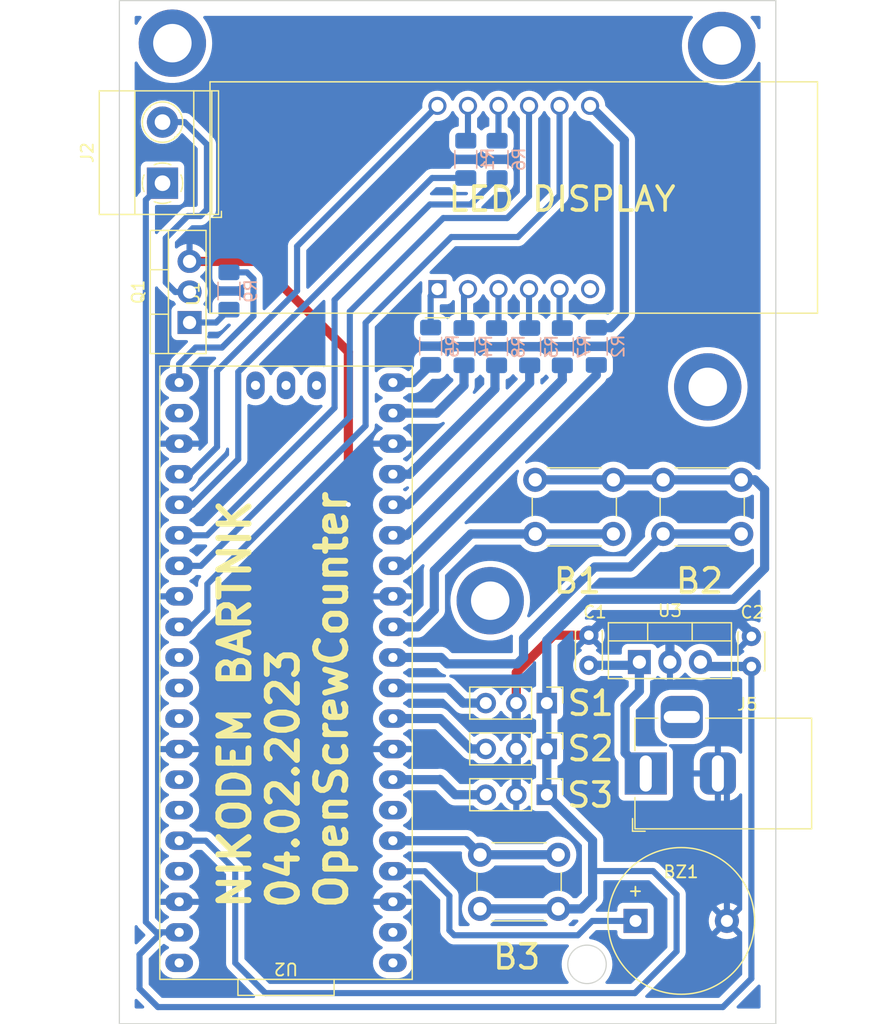
<source format=kicad_pcb>
(kicad_pcb (version 20211014) (generator pcbnew)
  (layers (0 "F.Cu" signal) (31 "B.Cu" signal) (34 "B.Paste" user) (35 "F.Paste" user) (36 "B.SilkS" user "B.Silkscreen") (37 "F.SilkS" user "F.Silkscreen") (38 "B.Mask" user) (39 "F.Mask" user) (44 "Edge.Cuts" user))
  (net 0 "")
  (net 1 "+12V")
  (net 2 "GND")
  (net 3 "DIS_A")
  (net 4 "Net-(R1-Pad2)")
  (net 5 "DIS_B")
  (net 6 "Net-(R2-Pad2)")
  (net 7 "DIS_C")
  (net 8 "Net-(R3-Pad2)")
  (net 9 "DIS_D")
  (net 10 "Net-(R4-Pad2)")
  (net 11 "DIS_E")
  (net 12 "Net-(R5-Pad2)")
  (net 13 "DIS_F")
  (net 14 "Net-(R6-Pad2)")
  (net 15 "DIS_G")
  (net 16 "Net-(R7-Pad2)")
  (net 17 "DIS_DP")
  (net 18 "Net-(R8-Pad2)")
  (net 19 "Net-(Q1-Pad1)")
  (net 20 "MOTOR")
  (net 21 "BUZZER")
  (net 31 "+3V3")
  (net 33 "+5V")
  (net 39 "DIG3")
  (net 40 "DIG2")
  (net 41 "DIG1")
  (net 42 "BUTTON3")
  (net 43 "BUTTON1")
  (net 44 "BUTTON2")
  (net 45 "Net-(J2-Pad2)")
  (net 46 "SENSOR3")
  (net 47 "SENSOR1")
  (net 48 "SENSOR2")
  (footprint "MountingHole:MountingHole_3.2mm_M3_DIN965_Pad" (layer "F.Cu") (at 130.120078 59.613657)
    (fp_text reference "REF**" hide)
    (fp_text value "MountingHole_3.2mm_M3_DIN965_Pad")
    (pad "1" thru_hole circle (at 0 0) (size 5.6 5.6) (drill 3.2) (layers *.Cu *.Mask))
  )
  (footprint "MountingHole:MountingHole_3.2mm_M3_DIN965_Pad" (layer "F.Cu") (at 128.958386 88.005426)
    (fp_text reference "REF**" hide)
    (fp_text value "MountingHole_3.2mm_M3_DIN965_Pad")
    (pad "1" thru_hole circle (at 0 0) (size 5.6 5.6) (drill 3.2) (layers *.Cu *.Mask))
  )
  (footprint "MountingHole:MountingHole_3.2mm_M3_DIN965_Pad" (layer "F.Cu") (at 110.862333 105.784682)
    (fp_text reference "REF**" hide)
    (fp_text value "MountingHole_3.2mm_M3_DIN965_Pad")
    (pad "1" thru_hole circle (at 0 0) (size 5.6 5.6) (drill 3.2) (layers *.Cu *.Mask))
  )
  (footprint "MountingHole:MountingHole_3.2mm_M3_DIN965_Pad" (layer "F.Cu") (at 84.420103 59.419298)
    (fp_text reference "REF**" hide)
    (fp_text value "MountingHole_3.2mm_M3_DIN965_Pad")
    (pad "1" thru_hole circle (at 0 0) (size 5.6 5.6) (drill 3.2) (layers *.Cu *.Mask))
  )
  (footprint "Connector_PinHeader_2.54mm:PinHeader_1x03_P2.54mm_Vertical" (layer "F.Cu") (at 115.57 114.3 -90)
    (fp_text reference "S1" (at 0.010921 -3.654043) (layer "F.SilkS") (effects (font (size 2 2) (thickness 0.3))))
    (fp_text value "Sensor")
    (fp_line (start 1.33 1.27) (end 1.33 6.41) (layer "F.SilkS") (width 0.12))
    (fp_line (start -1.33 0) (end -1.33 -1.33) (layer "F.SilkS") (width 0.12))
    (fp_line (start -1.33 -1.33) (end 0 -1.33) (layer "F.SilkS") (width 0.12))
    (fp_line (start -1.33 1.27) (end 1.33 1.27) (layer "F.SilkS") (width 0.12))
    (fp_line (start -1.33 1.27) (end -1.33 6.41) (layer "F.SilkS") (width 0.12))
    (fp_line (start -1.33 6.41) (end 1.33 6.41) (layer "F.SilkS") (width 0.12))
    (pad "1" thru_hole rect (at 0 0 270) (size 1.7 1.7) (drill 1) (layers *.Cu *.Mask) (net 31 "+3V3"))
    (pad "2" thru_hole oval (at 0 2.54 270) (size 1.7 1.7) (drill 1) (layers *.Cu *.Mask) (net 2 "GND"))
    (pad "3" thru_hole oval (at 0 5.08 270) (size 1.7 1.7) (drill 1) (layers *.Cu *.Mask) (net 47 "SENSOR1"))
  )
  (footprint "Button_Switch_THT:SW_PUSH_6mm_H7.3mm" (layer "F.Cu") (at 125.246998 95.733084)
    (fp_text reference "SW2" hide)
    (fp_text value "SW_Push")
    (fp_line (start 5.5 -1) (end 1 -1) (layer "F.SilkS") (width 0.12))
    (fp_line (start 1 5.5) (end 5.5 5.5) (layer "F.SilkS") (width 0.12))
    (fp_line (start -0.25 1.5) (end -0.25 3) (layer "F.SilkS") (width 0.12))
    (fp_line (start 6.75 3) (end 6.75 1.5) (layer "F.SilkS") (width 0.12))
    (pad "1" thru_hole circle (at 0 0 90) (size 2 2) (drill 1.1) (layers *.Cu *.Mask) (net 31 "+3V3"))
    (pad "1" thru_hole circle (at 6.5 0 90) (size 2 2) (drill 1.1) (layers *.Cu *.Mask) (net 31 "+3V3"))
    (pad "2" thru_hole circle (at 0 4.5 90) (size 2 2) (drill 1.1) (layers *.Cu *.Mask) (net 44 "BUTTON2"))
    (pad "2" thru_hole circle (at 6.5 4.5 90) (size 2 2) (drill 1.1) (layers *.Cu *.Mask) (net 44 "BUTTON2"))
  )
  (footprint "Connector_PinHeader_2.54mm:PinHeader_1x03_P2.54mm_Vertical" (layer "F.Cu") (at 115.57 121.92 -90)
    (fp_text reference "S3" (at 0.028335 -3.615798 180) (layer "F.SilkS") (effects (font (size 2 2) (thickness 0.3))))
    (fp_text value "Sensor")
    (fp_line (start -1.33 0) (end -1.33 -1.33) (layer "F.SilkS") (width 0.12))
    (fp_line (start -1.33 6.41) (end 1.33 6.41) (layer "F.SilkS") (width 0.12))
    (fp_line (start -1.33 1.27) (end 1.33 1.27) (layer "F.SilkS") (width 0.12))
    (fp_line (start -1.33 1.27) (end -1.33 6.41) (layer "F.SilkS") (width 0.12))
    (fp_line (start 1.33 1.27) (end 1.33 6.41) (layer "F.SilkS") (width 0.12))
    (fp_line (start -1.33 -1.33) (end 0 -1.33) (layer "F.SilkS") (width 0.12))
    (pad "1" thru_hole rect (at 0 0 270) (size 1.7 1.7) (drill 1) (layers *.Cu *.Mask) (net 31 "+3V3"))
    (pad "2" thru_hole oval (at 0 2.54 270) (size 1.7 1.7) (drill 1) (layers *.Cu *.Mask) (net 2 "GND"))
    (pad "3" thru_hole oval (at 0 5.08 270) (size 1.7 1.7) (drill 1) (layers *.Cu *.Mask) (net 46 "SENSOR3"))
  )
  (footprint "Capacitor_THT:C_Disc_D3.0mm_W2.0mm_P2.50mm" (layer "F.Cu") (at 119.069041 111.156209 90)
    (fp_text reference "C1" (at 4.42481 0.502373 180) (layer "F.SilkS"))
    (fp_text value "100u")
    (fp_line (start -0.37 1.12) (end 2.87 1.12) (layer "F.SilkS") (width 0.12))
    (fp_line (start -0.37 -1.12) (end -0.37 -1.055) (layer "F.SilkS") (width 0.12))
    (fp_line (start -0.37 -1.12) (end 2.87 -1.12) (layer "F.SilkS") (width 0.12))
    (fp_line (start -0.37 1.055) (end -0.37 1.12) (layer "F.SilkS") (width 0.12))
    (fp_line (start 2.87 1.055) (end 2.87 1.12) (layer "F.SilkS") (width 0.12))
    (fp_line (start 2.87 -1.12) (end 2.87 -1.055) (layer "F.SilkS") (width 0.12))
    (pad "1" thru_hole circle (at 0 0 90) (size 1.6 1.6) (drill 0.8) (layers *.Cu *.Mask) (net 1 "+12V"))
    (pad "2" thru_hole circle (at 2.5 0 90) (size 1.6 1.6) (drill 0.8) (layers *.Cu *.Mask) (net 2 "GND"))
  )
  (footprint "Capacitor_THT:C_Disc_D3.0mm_W2.0mm_P2.50mm" (layer "F.Cu") (at 132.587774 111.253852 90)
    (fp_text reference "C2" (at 4.501442 0.075766 180) (layer "F.SilkS"))
    (fp_text value "10u")
    (fp_line (start 2.87 -1.12) (end 2.87 -1.055) (layer "F.SilkS") (width 0.12))
    (fp_line (start -0.37 -1.12) (end 2.87 -1.12) (layer "F.SilkS") (width 0.12))
    (fp_line (start -0.37 1.12) (end 2.87 1.12) (layer "F.SilkS") (width 0.12))
    (fp_line (start -0.37 1.055) (end -0.37 1.12) (layer "F.SilkS") (width 0.12))
    (fp_line (start -0.37 -1.12) (end -0.37 -1.055) (layer "F.SilkS") (width 0.12))
    (fp_line (start 2.87 1.055) (end 2.87 1.12) (layer "F.SilkS") (width 0.12))
    (pad "1" thru_hole circle (at 0 0 90) (size 1.6 1.6) (drill 0.8) (layers *.Cu *.Mask) (net 33 "+5V"))
    (pad "2" thru_hole circle (at 2.5 0 90) (size 1.6 1.6) (drill 0.8) (layers *.Cu *.Mask) (net 2 "GND"))
  )
  (footprint "Buzzer_Beeper:Buzzer_12x9.5RM7.6" (layer "F.Cu") (at 122.951056 132.414125)
    (fp_text reference "BZ1" (at 3.781463 -4.077667) (layer "F.SilkS"))
    (fp_text value "Buzzer")
    (fp_text user "+" (at -0.01 -2.54) (layer "F.SilkS"))
    (fp_circle (center 3.8 0) (end 9.9 0) (layer "F.SilkS") (width 0.12) (fill none))
    (pad "1" thru_hole rect (at 0 0) (size 2 2) (drill 1) (layers *.Cu *.Mask) (net 21 "BUZZER"))
    (pad "2" thru_hole circle (at 7.6 0) (size 2 2) (drill 1) (layers *.Cu *.Mask) (net 2 "GND"))
  )
  (footprint "Connector_BarrelJack:BarrelJack_Horizontal" (layer "F.Cu") (at 123.8 120.155 180)
    (fp_text reference "J5" (at -8.45 5.75) (layer "F.SilkS"))
    (fp_text value "Barrel_Jack_MountingPin")
    (fp_line (start -13.8 4.6) (end -13.8 -4.6) (layer "F.SilkS") (width 0.12))
    (fp_line (start -13.8 -4.6) (end 0.9 -4.6) (layer "F.SilkS") (width 0.12))
    (fp_line (start 0.05 -4.8) (end 1.1 -4.8) (layer "F.SilkS") (width 0.12))
    (fp_line (start 0.9 1.9) (end 0.9 4.6) (layer "F.SilkS") (width 0.12))
    (fp_line (start 0.9 4.6) (end -1 4.6) (layer "F.SilkS") (width 0.12))
    (fp_line (start 0.9 -4.6) (end 0.9 -2) (layer "F.SilkS") (width 0.12))
    (fp_line (start 1.1 -3.75) (end 1.1 -4.8) (layer "F.SilkS") (width 0.12))
    (fp_line (start -5 4.6) (end -13.8 4.6) (layer "F.SilkS") (width 0.12))
    (pad "1" thru_hole rect (at 0 0 180) (size 3.5 3.5) (drill oval 1 3) (layers *.Cu *.Mask) (net 1 "+12V"))
    (pad "2" thru_hole roundrect (at -6 0 180) (size 3 3.5) (drill oval 1 3) (layers *.Cu *.Mask) (net 2 "GND"))
    (pad "3" thru_hole roundrect (at -3 4.7 180) (size 3.5 3.5) (drill oval 3 1) (layers *.Cu *.Mask))
  )
  (footprint "Connector_PinHeader_2.54mm:PinHeader_1x03_P2.54mm_Vertical" (layer "F.Cu") (at 115.57 118.11 -90)
    (fp_text reference "S2" (at -0.019788 -3.63492 180) (layer "F.SilkS") (effects (font (size 2 2) (thickness 0.3))))
    (fp_text value "Sensor")
    (fp_line (start -1.33 0) (end -1.33 -1.33) (layer "F.SilkS") (width 0.12))
    (fp_line (start 1.33 1.27) (end 1.33 6.41) (layer "F.SilkS") (width 0.12))
    (fp_line (start -1.33 -1.33) (end 0 -1.33) (layer "F.SilkS") (width 0.12))
    (fp_line (start -1.33 1.27) (end 1.33 1.27) (layer "F.SilkS") (width 0.12))
    (fp_line (start -1.33 6.41) (end 1.33 6.41) (layer "F.SilkS") (width 0.12))
    (fp_line (start -1.33 1.27) (end -1.33 6.41) (layer "F.SilkS") (width 0.12))
    (pad "1" thru_hole rect (at 0 0 270) (size 1.7 1.7) (drill 1) (layers *.Cu *.Mask) (net 31 "+3V3"))
    (pad "2" thru_hole oval (at 0 2.54 270) (size 1.7 1.7) (drill 1) (layers *.Cu *.Mask) (net 2 "GND"))
    (pad "3" thru_hole oval (at 0 5.08 270) (size 1.7 1.7) (drill 1) (layers *.Cu *.Mask) (net 48 "SENSOR2"))
  )
  (footprint "Display_7Segment:CA56-12EWA" (layer "F.Cu") (at 106.47 79.875 90)
    (fp_text reference "U1" (at -0.4 -20.31 90) (layer "F.SilkS"))
    (fp_text value "CA56-12EWA")
    (fp_line (start -2 -18.92) (end 17.24 -18.92) (layer "F.SilkS") (width 0.12))
    (fp_line (start -2.38 -1) (end -2.38 1) (layer "F.SilkS") (width 0.12))
    (fp_line (start 17.24 31.62) (end 17.24 -18.92) (layer "F.SilkS") (width 0.12))
    (fp_line (start -2 -18.92) (end -2 31.62) (layer "F.SilkS") (width 0.12))
    (fp_line (start -2 31.62) (end 17.24 31.62) (layer "F.SilkS") (width 0.12))
    (pad "1" thru_hole rect (at 0 0 90) (size 1.5 1.5) (drill 1) (layers *.Cu *.Mask) (net 12 "Net-(R5-Pad2)"))
    (pad "2" thru_hole circle (at 0 2.54 90) (size 1.5 1.5) (drill 1) (layers *.Cu *.Mask) (net 10 "Net-(R4-Pad2)"))
    (pad "3" thru_hole circle (at 0 5.08 90) (size 1.5 1.5) (drill 1) (layers *.Cu *.Mask) (net 18 "Net-(R8-Pad2)"))
    (pad "4" thru_hole circle (at 0 7.62 90) (size 1.5 1.5) (drill 1) (layers *.Cu *.Mask) (net 8 "Net-(R3-Pad2)"))
    (pad "5" thru_hole circle (at 0 10.16 90) (size 1.5 1.5) (drill 1) (layers *.Cu *.Mask) (net 16 "Net-(R7-Pad2)"))
    (pad "6" thru_hole circle (at 0 12.7 90) (size 1.5 1.5) (drill 1) (layers *.Cu *.Mask))
    (pad "7" thru_hole circle (at 15.24 12.7 90) (size 1.5 1.5) (drill 1) (layers *.Cu *.Mask) (net 6 "Net-(R2-Pad2)"))
    (pad "8" thru_hole circle (at 15.24 10.16 90) (size 1.5 1.5) (drill 1) (layers *.Cu *.Mask) (net 39 "DIG3"))
    (pad "9" thru_hole circle (at 15.24 7.62 90) (size 1.5 1.5) (drill 1) (layers *.Cu *.Mask) (net 40 "DIG2"))
    (pad "10" thru_hole circle (at 15.24 5.08 90) (size 1.5 1.5) (drill 1) (layers *.Cu *.Mask) (net 14 "Net-(R6-Pad2)"))
    (pad "11" thru_hole circle (at 15.24 2.54 90) (size 1.5 1.5) (drill 1) (layers *.Cu *.Mask) (net 4 "Net-(R1-Pad2)"))
    (pad "12" thru_hole circle (at 15.24 0 90) (size 1.5 1.5) (drill 1) (layers *.Cu *.Mask) (net 41 "DIG1"))
  )
  (footprint "Package_TO_SOT_THT:TO-220-3_Vertical" (layer "F.Cu") (at 85.85 82.65 90)
    (fp_text reference "Q1" (at 2.54 -4.27 90) (layer "F.SilkS"))
    (fp_text value "IRFZ44N")
    (fp_line (start 4.391 -3.27) (end 4.391 -1.76) (layer "F.SilkS") (width 0.12))
    (fp_line (start -2.58 1.371) (end 7.66 1.371) (layer "F.SilkS") (width 0.12))
    (fp_line (start 0.69 -3.27) (end 0.69 -1.76) (layer "F.SilkS") (width 0.12))
    (fp_line (start -2.58 -3.27) (end -2.58 1.371) (layer "F.SilkS") (width 0.12))
    (fp_line (start 7.66 -3.27) (end 7.66 1.371) (layer "F.SilkS") (width 0.12))
    (fp_line (start -2.58 -3.27) (end 7.66 -3.27) (layer "F.SilkS") (width 0.12))
    (fp_line (start -2.58 -1.76) (end 7.66 -1.76) (layer "F.SilkS") (width 0.12))
    (pad "1" thru_hole rect (at 0 0 90) (size 1.905 2) (drill 1.1) (layers *.Cu *.Mask) (net 19 "Net-(Q1-Pad1)"))
    (pad "2" thru_hole oval (at 2.54 0 90) (size 1.905 2) (drill 1.1) (layers *.Cu *.Mask) (net 45 "Net-(J2-Pad2)"))
    (pad "3" thru_hole oval (at 5.08 0 90) (size 1.905 2) (drill 1.1) (layers *.Cu *.Mask) (net 2 "GND"))
  )
  (footprint "TerminalBlock_Phoenix:TerminalBlock_Phoenix_MKDS-1,5-2-5.08_1x02_P5.08mm_Horizontal" (layer "F.Cu") (at 83.6 71.065 90)
    (fp_text reference "J2" (at 2.54 -6.26 90) (layer "F.SilkS"))
    (fp_text value "P1")
    (fp_line (start 6.355 -1.069) (end 6.308 -1.023) (layer "F.SilkS") (width 0.12))
    (fp_line (start -2.6 2.6) (end 7.68 2.6) (layer "F.SilkS") (width 0.12))
    (fp_line (start -2.84 4.9) (end -2.34 4.9) (layer "F.SilkS") (width 0.12))
    (fp_line (start -2.6 -5.261) (end 7.68 -5.261) (layer "F.SilkS") (width 0.12))
    (fp_line (start -2.6 -2.301) (end 7.68 -2.301) (layer "F.SilkS") (width 0.12))
    (fp_line (start 3.853 1.023) (end 3.806 1.069) (layer "F.SilkS") (width 0.12))
    (fp_line (start 4.046 1.239) (end 4.011 1.274) (layer "F.SilkS") (width 0.12))
    (fp_line (start -2.84 4.16) (end -2.84 4.9) (layer "F.SilkS") (width 0.12))
    (fp_line (start -2.6 4.1) (end 7.68 4.1) (layer "F.SilkS") (width 0.12))
    (fp_line (start 7.68 -5.261) (end 7.68 4.66) (layer "F.SilkS") (width 0.12))
    (fp_line (start 6.15 -1.275) (end 6.115 -1.239) (layer "F.SilkS") (width 0.12))
    (fp_line (start -2.6 -5.261) (end -2.6 4.66) (layer "F.SilkS") (width 0.12))
    (fp_line (start -2.6 4.66) (end 7.68 4.66) (layer "F.SilkS") (width 0.12))
    (fp_arc (start -0.683042 -1.535427) (mid 0.000524 -1.680501) (end 0.684 -1.535) (layer "F.SilkS") (width 0.12))
    (fp_arc (start 0.683318 1.534756) (mid 0.349292 1.643288) (end 0 1.68) (layer "F.SilkS") (width 0.12))
    (fp_arc (start 1.535427 -0.683042) (mid 1.680501 0.000524) (end 1.535 0.684) (layer "F.SilkS") (width 0.12))
    (fp_arc (start -1.535427 0.683042) (mid -1.680501 -0.000524) (end -1.535 -0.684) (layer "F.SilkS") (width 0.12))
    (fp_arc (start 0.028805 1.680253) (mid -0.335551 1.646659) (end -0.684 1.535) (layer "F.SilkS") (width 0.12))
    (fp_circle (center 5.08 0) (end 6.76 0) (layer "F.SilkS") (width 0.12) (fill none))
    (pad "1" thru_hole rect (at 0 0 90) (size 2.6 2.6) (drill 1.3) (layers *.Cu *.Mask) (net 33 "+5V"))
    (pad "2" thru_hole circle (at 5.08 0 90) (size 2.6 2.6) (drill 1.3) (layers *.Cu *.Mask) (net 45 "Net-(J2-Pad2)"))
  )
  (footprint "Button_Switch_THT:SW_PUSH_6mm_H7.3mm" (layer "F.Cu") (at 116.516306 131.412155 180)
    (fp_text reference "SW3" hide)
    (fp_text value "SW_Push")
    (fp_line (start -0.25 1.5) (end -0.25 3) (layer "F.SilkS") (width 0.12))
    (fp_line (start 6.75 3) (end 6.75 1.5) (layer "F.SilkS") (width 0.12))
    (fp_line (start 5.5 -1) (end 1 -1) (layer "F.SilkS") (width 0.12))
    (fp_line (start 1 5.5) (end 5.5 5.5) (layer "F.SilkS") (width 0.12))
    (pad "1" thru_hole circle (at 0 0 270) (size 2 2) (drill 1.1) (layers *.Cu *.Mask) (net 31 "+3V3"))
    (pad "1" thru_hole circle (at 6.5 0 270) (size 2 2) (drill 1.1) (layers *.Cu *.Mask) (net 31 "+3V3"))
    (pad "2" thru_hole circle (at 6.5 4.5 270) (size 2 2) (drill 1.1) (layers *.Cu *.Mask) (net 43 "BUTTON1"))
    (pad "2" thru_hole circle (at 0 4.5 270) (size 2 2) (drill 1.1) (layers *.Cu *.Mask) (net 43 "BUTTON1"))
  )
  (footprint "Button_Switch_THT:SW_PUSH_6mm_H7.3mm" (layer "F.Cu") (at 114.606998 95.733084)
    (fp_text reference "SW1" hide)
    (fp_text value "SW_Push")
    (fp_line (start 1 5.5) (end 5.5 5.5) (layer "F.SilkS") (width 0.12))
    (fp_line (start 5.5 -1) (end 1 -1) (layer "F.SilkS") (width 0.12))
    (fp_line (start -0.25 1.5) (end -0.25 3) (layer "F.SilkS") (width 0.12))
    (fp_line (start 6.75 3) (end 6.75 1.5) (layer "F.SilkS") (width 0.12))
    (pad "1" thru_hole circle (at 6.5 0 90) (size 2 2) (drill 1.1) (layers *.Cu *.Mask) (net 31 "+3V3"))
    (pad "1" thru_hole circle (at 0 0 90) (size 2 2) (drill 1.1) (layers *.Cu *.Mask) (net 31 "+3V3"))
    (pad "2" thru_hole circle (at 0 4.5 90) (size 2 2) (drill 1.1) (layers *.Cu *.Mask) (net 42 "BUTTON3"))
    (pad "2" thru_hole circle (at 6.5 4.5 90) (size 2 2) (drill 1.1) (layers *.Cu *.Mask) (net 42 "BUTTON3"))
  )
  (footprint "RaspberryPi:raspberry pi pico" (layer "F.Cu") (at 93.875 135.905 180)
    (fp_text reference "U2" (at 0 -0.5 180 unlocked) (layer "F.SilkS"))
    (fp_text value "pi pico")
    (fp_line (start -4 -2.7) (end 4 -2.7) (layer "F.SilkS") (width 0.12))
    (fp_line (start -4 -1.37) (end -4 -2.7) (layer "F.SilkS") (width 0.12))
    (fp_line (start 4 -2.7) (end 4 -1.37) (layer "F.SilkS") (width 0.12))
    (fp_rect (start -10.5 -1.37) (end 10.5 49.63) (layer "F.SilkS") (width 0.12) (fill none))
    (pad "1" thru_hole oval (at -8.89 0 180) (size 2.3 1.524) (drill 0.762) (layers *.Cu *.Mask))
    (pad "2" thru_hole oval (at -8.89 2.54 180) (size 2.3 1.524) (drill 0.762) (layers *.Cu *.Mask))
    (pad "3" thru_hole oval (at -8.89 5.08 180) (size 2.3 1.524) (drill 0.762) (layers *.Cu *.Mask) (net 2 "GND"))
    (pad "4" thru_hole oval (at -8.89 7.62 180) (size 2.3 1.524) (drill 0.762) (layers *.Cu *.Mask) (net 21 "BUZZER"))
    (pad "5" thru_hole oval (at -8.89 10.16 180) (size 2.3 1.524) (drill 0.762) (layers *.Cu *.Mask) (net 43 "BUTTON1"))
    (pad "6" thru_hole oval (at -8.89 12.7 180) (size 2.3 1.524) (drill 0.762) (layers *.Cu *.Mask))
    (pad "7" thru_hole oval (at -8.89 15.24 180) (size 2.3 1.524) (drill 0.762) (layers *.Cu *.Mask) (net 46 "SENSOR3"))
    (pad "8" thru_hole oval (at -8.89 17.78 180) (size 2.3 1.524) (drill 0.762) (layers *.Cu *.Mask) (net 2 "GND"))
    (pad "9" thru_hole oval (at -8.89 20.32 180) (size 2.3 1.524) (drill 0.762) (layers *.Cu *.Mask) (net 48 "SENSOR2"))
    (pad "10" thru_hole oval (at -8.89 22.86 180) (size 2.3 1.524) (drill 0.762) (layers *.Cu *.Mask) (net 47 "SENSOR1"))
    (pad "11" thru_hole oval (at -8.89 25.4 180) (size 2.3 1.524) (drill 0.762) (layers *.Cu *.Mask) (net 44 "BUTTON2"))
    (pad "12" thru_hole oval (at -8.89 27.94 180) (size 2.3 1.524) (drill 0.762) (layers *.Cu *.Mask) (net 42 "BUTTON3"))
    (pad "13" thru_hole oval (at -8.89 30.48 180) (size 2.3 1.524) (drill 0.762) (layers *.Cu *.Mask) (net 2 "GND"))
    (pad "14" thru_hole oval (at -8.89 33.02 180) (size 2.3 1.524) (drill 0.762) (layers *.Cu *.Mask) (net 5 "DIS_B"))
    (pad "15" thru_hole oval (at -8.89 35.56 180) (size 2.3 1.524) (drill 0.762) (layers *.Cu *.Mask) (net 15 "DIS_G"))
    (pad "16" thru_hole oval (at -8.89 38.1 180) (size 2.3 1.524) (drill 0.762) (layers *.Cu *.Mask) (net 7 "DIS_C"))
    (pad "17" thru_hole oval (at -8.89 40.64 180) (size 2.3 1.524) (drill 0.762) (layers *.Cu *.Mask) (net 17 "DIS_DP"))
    (pad "18" thru_hole oval (at -8.89 43.18 180) (size 2.3 1.524) (drill 0.762) (layers *.Cu *.Mask) (net 2 "GND"))
    (pad "19" thru_hole oval (at -8.89 45.72 180) (size 2.3 1.524) (drill 0.762) (layers *.Cu *.Mask) (net 9 "DIS_D"))
    (pad "20" thru_hole oval (at -8.89 48.26 180) (size 2.3 1.524) (drill 0.762) (layers *.Cu *.Mask) (net 11 "DIS_E"))
    (pad "21" thru_hole oval (at 8.89 48.26 180) (size 2.3 1.524) (drill 0.762) (layers *.Cu *.Mask) (net 20 "MOTOR"))
    (pad "22" thru_hole oval (at 8.89 45.72 180) (size 2.3 1.524) (drill 0.762) (layers *.Cu *.Mask))
    (pad "23" thru_hole oval (at 8.89 43.18 180) (size 2.3 1.524) (drill 0.762) (layers *.Cu *.Mask) (net 2 "GND"))
    (pad "24" thru_hole oval (at 8.89 40.64 180) (size 2.3 1.524) (drill 0.762) (layers *.Cu *.Mask) (net 41 "DIG1"))
    (pad "25" thru_hole oval (at 8.89 38.1 180) (size 2.3 1.524) (drill 0.762) (layers *.Cu *.Mask) (net 3 "DIS_A"))
    (pad "26" thru_hole oval (at 8.89 35.56 180) (size 2.3 1.524) (drill 0.762) (layers *.Cu *.Mask) (net 13 "DIS_F"))
    (pad "27" thru_hole oval (at 8.89 33.02 180) (size 2.3 1.524) (drill 0.762) (layers *.Cu *.Mask) (net 40 "DIG2"))
    (pad "28" thru_hole oval (at 8.89 30.48 180) (size 2.3 1.524) (drill 0.762) (layers *.Cu *.Mask) (net 2 "GND"))
    (pad "29" thru_hole oval (at 8.89 27.94 180) (size 2.3 1.524) (drill 0.762) (layers *.Cu *.Mask) (net 39 "DIG3"))
    (pad "30" thru_hole oval (at 8.89 25.4 180) (size 2.3 1.524) (drill 0.762) (layers *.Cu *.Mask))
    (pad "31" thru_hole oval (at 8.89 22.86 180) (size 2.3 1.524) (drill 0.762) (layers *.Cu *.Mask))
    (pad "32" thru_hole oval (at 8.89 20.32 180) (size 2.3 1.524) (drill 0.762) (layers *.Cu *.Mask))
    (pad "33" thru_hole oval (at 8.89 17.78 180) (size 2.3 1.524) (drill 0.762) (layers *.Cu *.Mask) (net 2 "GND"))
    (pad "34" thru_hole oval (at 8.89 15.24 180) (size 2.3 1.524) (drill 0.762) (layers *.Cu *.Mask))
    (pad "35" thru_hole oval (at 8.89 12.7 180) (size 2.3 1.524) (drill 0.762) (layers *.Cu *.Mask))
    (pad "36" thru_hole oval (at 8.89 10.16 180) (size 2.3 1.524) (drill 0.762) (layers *.Cu *.Mask) (net 31 "+3V3"))
    (pad "37" thru_hole oval (at 8.89 7.62 180) (size 2.3 1.524) (drill 0.762) (layers *.Cu *.Mask))
    (pad "38" thru_hole oval (at 8.89 5.08 180) (size 2.3 1.524) (drill 0.762) (layers *.Cu *.Mask) (net 2 "GND"))
    (pad "39" thru_hole oval (at 8.89 2.54 180) (size 2.3 1.524) (drill 0.762) (layers *.Cu *.Mask) (net 33 "+5V"))
    (pad "40" thru_hole oval (at 8.89 0 180) (size 2.3 1.524) (drill 0.762) (layers *.Cu *.Mask))
    (pad "41" thru_hole oval (at -2.54 48.03 270) (size 2.3 1.524) (drill 0.762) (layers *.Cu *.Mask))
    (pad "42" thru_hole oval (at 0 48.03 270) (size 2.3 1.524) (drill 0.762) (layers *.Cu *.Mask))
    (pad "43" thru_hole oval (at 2.54 48.03 270) (size 2.3 1.524) (drill 0.762) (layers *.Cu *.Mask))
  )
  (footprint "Package_TO_SOT_THT:TO-220-3_Vertical" (layer "F.Cu") (at 123.270847 110.887857)
    (fp_text reference "U3" (at 2.54 -4.27) (layer "F.SilkS"))
    (fp_text value "L7805")
    (fp_line (start 0.69 -3.27) (end 0.69 -1.76) (layer "F.SilkS") (width 0.12))
    (fp_line (start -2.58 -3.27) (end -2.58 1.371) (layer "F.SilkS") (width 0.12))
    (fp_line (start 4.391 -3.27) (end 4.391 -1.76) (layer "F.SilkS") (width 0.12))
    (fp_line (start -2.58 -1.76) (end 7.66 -1.76) (layer "F.SilkS") (width 0.12))
    (fp_line (start -2.58 1.371) (end 7.66 1.371) (layer "F.SilkS") (width 0.12))
    (fp_line (start 7.66 -3.27) (end 7.66 1.371) (layer "F.SilkS") (width 0.12))
    (fp_line (start -2.58 -3.27) (end 7.66 -3.27) (layer "F.SilkS") (width 0.12))
    (pad "1" thru_hole rect (at 0 0) (size 1.905 2) (drill 1.1) (layers *.Cu *.Mask) (net 1 "+12V"))
    (pad "2" thru_hole oval (at 2.54 0) (size 1.905 2) (drill 1.1) (layers *.Cu *.Mask) (net 2 "GND"))
    (pad "3" thru_hole oval (at 5.08 0) (size 1.905 2) (drill 1.1) (layers *.Cu *.Mask) (net 33 "+5V"))
  )
  (footprint "Resistor_SMD:R_1206_3216Metric_Pad1.30x1.75mm_HandSolder" (layer "B.Cu") (at 119.684298 84.631929 90)
    (fp_text reference "R2" (at 0 1.82 90) (layer "B.SilkS") (effects (justify mirror)))
    (fp_text value "330")
    (fp_line (start -0.727064 0.91) (end 0.727064 0.91) (layer "B.SilkS") (width 0.12))
    (fp_line (start -0.727064 -0.91) (end 0.727064 -0.91) (layer "B.SilkS") (width 0.12))
    (pad "1" smd roundrect (at -1.55 0 90) (size 1.3 1.75) (layers "B.Cu" "B.Paste" "B.Mask") (roundrect_rratio 0.192308) (net 5 "DIS_B"))
    (pad "2" smd roundrect (at 1.55 0 90) (size 1.3 1.75) (layers "B.Cu" "B.Paste" "B.Mask") (roundrect_rratio 0.192308) (net 6 "Net-(R2-Pad2)"))
  )
  (footprint "Resistor_SMD:R_1206_3216Metric_Pad1.30x1.75mm_HandSolder" (layer "B.Cu") (at 105.904191 84.619662 90)
    (fp_text reference "R5" (at 0 1.82 90) (layer "B.SilkS") (effects (justify mirror)))
    (fp_text value "330")
    (fp_line (start -0.727064 -0.91) (end 0.727064 -0.91) (layer "B.SilkS") (width 0.12))
    (fp_line (start -0.727064 0.91) (end 0.727064 0.91) (layer "B.SilkS") (width 0.12))
    (pad "1" smd roundrect (at -1.55 0 90) (size 1.3 1.75) (layers "B.Cu" "B.Paste" "B.Mask") (roundrect_rratio 0.192308) (net 11 "DIS_E"))
    (pad "2" smd roundrect (at 1.55 0 90) (size 1.3 1.75) (layers "B.Cu" "B.Paste" "B.Mask") (roundrect_rratio 0.192308) (net 12 "Net-(R5-Pad2)"))
  )
  (footprint "Resistor_SMD:R_1206_3216Metric_Pad1.30x1.75mm_HandSolder" (layer "B.Cu") (at 114.143926 84.661942 90)
    (fp_text reference "R3" (at 0 1.82 90) (layer "B.SilkS") (effects (justify mirror)))
    (fp_text value "330")
    (fp_line (start -0.727064 0.91) (end 0.727064 0.91) (layer "B.SilkS") (width 0.12))
    (fp_line (start -0.727064 -0.91) (end 0.727064 -0.91) (layer "B.SilkS") (width 0.12))
    (pad "1" smd roundrect (at -1.55 0 90) (size 1.3 1.75) (layers "B.Cu" "B.Paste" "B.Mask") (roundrect_rratio 0.192308) (net 7 "DIS_C"))
    (pad "2" smd roundrect (at 1.55 0 90) (size 1.3 1.75) (layers "B.Cu" "B.Paste" "B.Mask") (roundrect_rratio 0.192308) (net 8 "Net-(R3-Pad2)"))
  )
  (footprint "Resistor_SMD:R_1206_3216Metric_Pad1.30x1.75mm_HandSolder" (layer "B.Cu") (at 89.128626 80.030817 90)
    (fp_text reference "R9" (at 0 1.82 90) (layer "B.SilkS") (effects (justify mirror)))
    (fp_text value "10k")
    (fp_line (start -0.727064 -0.91) (end 0.727064 -0.91) (layer "B.SilkS") (width 0.12))
    (fp_line (start -0.727064 0.91) (end 0.727064 0.91) (layer "B.SilkS") (width 0.12))
    (pad "1" smd roundrect (at -1.55 0 90) (size 1.3 1.75) (layers "B.Cu" "B.Paste" "B.Mask") (roundrect_rratio 0.192308) (net 19 "Net-(Q1-Pad1)"))
    (pad "2" smd roundrect (at 1.55 0 90) (size 1.3 1.75) (layers "B.Cu" "B.Paste" "B.Mask") (roundrect_rratio 0.192308) (net 20 "MOTOR"))
  )
  (footprint "Resistor_SMD:R_1206_3216Metric_Pad1.30x1.75mm_HandSolder" (layer "B.Cu") (at 116.861203 84.661943 90)
    (fp_text reference "R7" (at 0 1.82 90) (layer "B.SilkS") (effects (justify mirror)))
    (fp_text value "330")
    (fp_line (start -0.727064 0.91) (end 0.727064 0.91) (layer "B.SilkS") (width 0.12))
    (fp_line (start -0.727064 -0.91) (end 0.727064 -0.91) (layer "B.SilkS") (width 0.12))
    (pad "1" smd roundrect (at -1.55 0 90) (size 1.3 1.75) (layers "B.Cu" "B.Paste" "B.Mask") (roundrect_rratio 0.192308) (net 15 "DIS_G"))
    (pad "2" smd roundrect (at 1.55 0 90) (size 1.3 1.75) (layers "B.Cu" "B.Paste" "B.Mask") (roundrect_rratio 0.192308) (net 16 "Net-(R7-Pad2)"))
  )
  (footprint "Resistor_SMD:R_1206_3216Metric_Pad1.30x1.75mm_HandSolder" (layer "B.Cu") (at 111.430252 69.082389 90)
    (fp_text reference "R6" (at 0 1.82 90) (layer "B.SilkS") (effects (justify mirror)))
    (fp_text value "330")
    (fp_line (start -0.727064 0.91) (end 0.727064 0.91) (layer "B.SilkS") (width 0.12))
    (fp_line (start -0.727064 -0.91) (end 0.727064 -0.91) (layer "B.SilkS") (width 0.12))
    (pad "1" smd roundrect (at -1.55 0 90) (size 1.3 1.75) (layers "B.Cu" "B.Paste" "B.Mask") (roundrect_rratio 0.192308) (net 13 "DIS_F"))
    (pad "2" smd roundrect (at 1.55 0 90) (size 1.3 1.75) (layers "B.Cu" "B.Paste" "B.Mask") (roundrect_rratio 0.192308) (net 14 "Net-(R6-Pad2)"))
  )
  (footprint "Resistor_SMD:R_1206_3216Metric_Pad1.30x1.75mm_HandSolder" (layer "B.Cu") (at 108.830904 69.082389 90)
    (fp_text reference "R1" (at 0 1.82 90) (layer "B.SilkS") (effects (justify mirror)))
    (fp_text value "330")
    (fp_line (start -0.727064 -0.91) (end 0.727064 -0.91) (layer "B.SilkS") (width 0.12))
    (fp_line (start -0.727064 0.91) (end 0.727064 0.91) (layer "B.SilkS") (width 0.12))
    (pad "1" smd roundrect (at -1.55 0 90) (size 1.3 1.75) (layers "B.Cu" "B.Paste" "B.Mask") (roundrect_rratio 0.192308) (net 3 "DIS_A"))
    (pad "2" smd roundrect (at 1.55 0 90) (size 1.3 1.75) (layers "B.Cu" "B.Paste" "B.Mask") (roundrect_rratio 0.192308) (net 4 "Net-(R1-Pad2)"))
  )
  (footprint "Resistor_SMD:R_1206_3216Metric_Pad1.30x1.75mm_HandSolder" (layer "B.Cu") (at 111.388481 84.661943 90)
    (fp_text reference "R8" (at 0 1.82 90) (layer "B.SilkS") (effects (justify mirror)))
    (fp_text value "330")
    (fp_line (start -0.727064 0.91) (end 0.727064 0.91) (layer "B.SilkS") (width 0.12))
    (fp_line (start -0.727064 -0.91) (end 0.727064 -0.91) (layer "B.SilkS") (width 0.12))
    (pad "1" smd roundrect (at -1.55 0 90) (size 1.3 1.75) (layers "B.Cu" "B.Paste" "B.Mask") (roundrect_rratio 0.192308) (net 17 "DIS_DP"))
    (pad "2" smd roundrect (at 1.55 0 90) (size 1.3 1.75) (layers "B.Cu" "B.Paste" "B.Mask") (roundrect_rratio 0.192308) (net 18 "Net-(R8-Pad2)"))
  )
  (footprint "Resistor_SMD:R_1206_3216Metric_Pad1.30x1.75mm_HandSolder" (layer "B.Cu") (at 108.681952 84.654772 90)
    (fp_text reference "R4" (at 0 1.82 90) (layer "B.SilkS") (effects (justify mirror)))
    (fp_text value "330")
    (fp_line (start -0.727064 -0.91) (end 0.727064 -0.91) (layer "B.SilkS") (width 0.12))
    (fp_line (start -0.727064 0.91) (end 0.727064 0.91) (layer "B.SilkS") (width 0.12))
    (pad "1" smd roundrect (at -1.55 0 90) (size 1.3 1.75) (layers "B.Cu" "B.Paste" "B.Mask") (roundrect_rratio 0.192308) (net 9 "DIS_D"))
    (pad "2" smd roundrect (at 1.55 0 90) (size 1.3 1.75) (layers "B.Cu" "B.Paste" "B.Mask") (roundrect_rratio 0.192308) (net 10 "Net-(R4-Pad2)"))
  )
  (gr_line (start 134.62 55.88) (end 80.01 55.88) (layer "Edge.Cuts") (width 0.1))
  (gr_circle (center 118.914389 136.025879) (end 120.514389 136.025879) (layer "Edge.Cuts") (width 0.1) (fill none))
  (gr_line (start 80.01 140.97) (end 134.62 140.97) (layer "Edge.Cuts") (width 0.1))
  (gr_line (start 134.62 140.97) (end 134.62 55.88) (layer "Edge.Cuts") (width 0.1))
  (gr_line (start 80.01 55.88) (end 80.01 140.97) (layer "Edge.Cuts") (width 0.1))
  (gr_text "B2" (at 128.27 104.14) (layer "F.SilkS") (effects (font (size 2 2) (thickness 0.3))))
  (gr_text "B1" (at 118.11 104.14) (layer "F.SilkS") (effects (font (size 2 2) (thickness 0.3))))
  (gr_text "B3" (at 113.066392 135.406983) (layer "F.SilkS") (effects (font (size 2 2) (thickness 0.3))))
  (gr_text "NIKODEM BARTNIK\n04.02.2023\nOpenScrewCounter" (at 93.644771 131.60849 90) (layer "F.SilkS") (effects (font (size 2.5 2.5) (thickness 0.5)) (justify left)))
  (gr_text "LED DISPLAY" (at 116.84 72.39) (layer "F.SilkS") (effects (font (size 2 2) (thickness 0.3))))
  (segment (start 123.002495 111.156209) (end 123.270847 110.887857) (width 0.762) (layer "B.Cu") (net 1))
  (segment (start 123.270847 113.317285) (end 123.270847 110.887857) (width 0.762) (layer "B.Cu") (net 1))
  (segment (start 122.081031 114.507101) (end 123.270847 113.317285) (width 0.762) (layer "B.Cu") (net 1))
  (segment (start 119.069041 111.156209) (end 123.002495 111.156209) (width 0.762) (layer "B.Cu") (net 1))
  (segment (start 122.081031 118.436031) (end 122.081031 114.507101) (width 0.762) (layer "B.Cu") (net 1))
  (segment (start 123.8 120.155) (end 122.081031 118.436031) (width 0.762) (layer "B.Cu") (net 1))
  (segment (start 99.06 85.09) (end 99.06 97.79) (width 0.762) (layer "F.Cu") (net 2))
  (segment (start 113.03 111.76) (end 116.133791 108.656209) (width 0.762) (layer "F.Cu") (net 2))
  (segment (start 113.03 114.3) (end 113.03 111.76) (width 0.762) (layer "F.Cu") (net 2))
  (segment (start 85.85 77.57) (end 91.54 77.57) (width 0.762) (layer "F.Cu") (net 2))
  (segment (start 91.54 77.57) (end 99.06 85.09) (width 0.762) (layer "F.Cu") (net 2))
  (segment (start 116.133791 108.656209) (end 119.069041 108.656209) (width 0.762) (layer "F.Cu") (net 2))
  (via (at 99.06 97.79) (size 0.8) (drill 0.4) (layers "F.Cu" "B.Cu") (net 2))
  (segment (start 106.695 118.125) (end 108.142163 119.572163) (width 0.508) (layer "B.Cu") (net 2))
  (segment (start 125.962959 107.717041) (end 131.847041 107.717041) (width 0.762) (layer "B.Cu") (net 2))
  (segment (start 113.03 114.3) (end 113.03 118.11) (width 0.762) (layer "B.Cu") (net 2))
  (segment (start 125.810847 110.887857) (end 125.810847 107.869153) (width 0.762) (layer "B.Cu") (net 2))
  (segment (start 113.03 118.11) (end 113.03 121.92) (width 0.762) (layer "B.Cu") (net 2))
  (segment (start 120.008209 107.717041) (end 125.962959 107.717041) (width 0.762) (layer "B.Cu") (net 2))
  (segment (start 125.810847 107.869153) (end 125.962959 107.717041) (width 0.762) (layer "B.Cu") (net 2))
  (segment (start 102.765 118.125) (end 106.695 118.125) (width 0.508) (layer "B.Cu") (net 2))
  (segment (start 132.587774 108.457774) (end 132.587774 108.753852) (width 0.762) (layer "B.Cu") (net 2))
  (segment (start 108.142163 119.572163) (end 113.03 119.572163) (width 0.508) (layer "B.Cu") (net 2))
  (segment (start 119.069041 108.656209) (end 120.008209 107.717041) (width 0.762) (layer "B.Cu") (net 2))
  (segment (start 129.8 120.155) (end 130.551056 120.906056) (width 0.508) (layer "B.Cu") (net 2))
  (segment (start 131.847041 107.717041) (end 132.587774 108.457774) (width 0.762) (layer "B.Cu") (net 2))
  (segment (start 130.551056 120.906056) (end 130.551056 132.414125) (width 0.508) (layer "B.Cu") (net 2))
  (segment (start 89.900345 86.758731) (end 106.026687 70.632389) (width 0.508) (layer "B.Cu") (net 3))
  (segment (start 89.900345 94.016695) (end 89.900345 86.758731) (width 0.508) (layer "B.Cu") (net 3))
  (segment (start 86.11204 97.805) (end 89.900345 94.016695) (width 0.508) (layer "B.Cu") (net 3))
  (segment (start 106.026687 70.632389) (end 108.830904 70.632389) (width 0.508) (layer "B.Cu") (net 3))
  (segment (start 84.985 97.805) (end 86.11204 97.805) (width 0.508) (layer "B.Cu") (net 3))
  (segment (start 109.01 67.353293) (end 108.830904 67.532389) (width 0.508) (layer "B.Cu") (net 4))
  (segment (start 109.01 64.635) (end 109.01 67.353293) (width 0.508) (layer "B.Cu") (net 4))
  (segment (start 102.765 102.885) (end 103.82727 102.885) (width 0.762) (layer "B.Cu") (net 5))
  (segment (start 119.684298 87.027972) (end 119.684298 86.181929) (width 0.762) (layer "B.Cu") (net 5))
  (segment (start 103.82727 102.885) (end 119.684298 87.027972) (width 0.762) (layer "B.Cu") (net 5))
  (segment (start 122.018636 67.483636) (end 119.17 64.635) (width 0.762) (layer "B.Cu") (net 6))
  (segment (start 119.684298 83.081929) (end 120.876163 83.081929) (width 0.762) (layer "B.Cu") (net 6))
  (segment (start 122.018636 81.939456) (end 122.018636 67.483636) (width 0.762) (layer "B.Cu") (net 6))
  (segment (start 120.876163 83.081929) (end 122.018636 81.939456) (width 0.762) (layer "B.Cu") (net 6))
  (segment (start 104.002349 97.805) (end 114.143926 87.663423) (width 0.762) (layer "B.Cu") (net 7))
  (segment (start 114.143926 87.663423) (end 114.143926 86.211942) (width 0.762) (layer "B.Cu") (net 7))
  (segment (start 102.765 97.805) (end 104.002349 97.805) (width 0.762) (layer "B.Cu") (net 7))
  (segment (start 114.09 79.875) (end 114.09 83.058016) (width 0.508) (layer "B.Cu") (net 8))
  (segment (start 114.09 83.058016) (end 114.143926 83.111942) (width 0.508) (layer "B.Cu") (net 8))
  (segment (start 108.681952 87.893588) (end 108.681952 86.204772) (width 0.762) (layer "B.Cu") (net 9))
  (segment (start 106.39054 90.185) (end 108.681952 87.893588) (width 0.762) (layer "B.Cu") (net 9))
  (segment (start 102.765 90.185) (end 106.39054 90.185) (width 0.762) (layer "B.Cu") (net 9))
  (segment (start 108.681952 80.203048) (end 108.681952 83.104772) (width 0.508) (layer "B.Cu") (net 10))
  (segment (start 109.01 79.875) (end 108.681952 80.203048) (width 0.508) (layer "B.Cu") (net 10))
  (segment (start 102.765 87.645) (end 104.428853 87.645) (width 0.762) (layer "B.Cu") (net 11))
  (segment (start 104.428853 87.645) (end 105.904191 86.169662) (width 0.762) (layer "B.Cu") (net 11))
  (segment (start 106.47 79.875) (end 105.904191 80.440809) (width 0.508) (layer "B.Cu") (net 12))
  (segment (start 105.904191 80.440809) (end 105.904191 83.069662) (width 0.508) (layer "B.Cu") (net 12))
  (segment (start 97.913124 80.767412) (end 105.845858 72.834678) (width 0.508) (layer "B.Cu") (net 13))
  (segment (start 84.985 100.345) (end 87.308881 100.345) (width 0.508) (layer "B.Cu") (net 13))
  (segment (start 105.845858 72.834678) (end 109.227963 72.834678) (width 0.508) (layer "B.Cu") (net 13))
  (segment (start 97.913124 89.740757) (end 97.913124 80.767412) (width 0.508) (layer "B.Cu") (net 13))
  (segment (start 109.227963 72.834678) (end 111.430252 70.632389) (width 0.508) (layer "B.Cu") (net 13))
  (segment (start 87.308881 100.345) (end 97.913124 89.740757) (width 0.508) (layer "B.Cu") (net 13))
  (segment (start 111.370904 64.814096) (end 111.55 64.635) (width 0.508) (layer "B.Cu") (net 14))
  (segment (start 111.55 64.635) (end 111.55 67.412641) (width 0.508) (layer "B.Cu") (net 14))
  (segment (start 111.55 67.412641) (end 111.430252 67.532389) (width 0.508) (layer "B.Cu") (net 14))
  (segment (start 102.765 100.345) (end 103.929152 100.345) (width 0.762) (layer "B.Cu") (net 15))
  (segment (start 116.861203 87.412949) (end 116.861203 86.211943) (width 0.762) (layer "B.Cu") (net 15))
  (segment (start 103.929152 100.345) (end 116.861203 87.412949) (width 0.762) (layer "B.Cu") (net 15))
  (segment (start 116.63 82.88074) (end 116.861203 83.111943) (width 0.508) (layer "B.Cu") (net 16))
  (segment (start 116.63 79.875) (end 116.63 82.88074) (width 0.508) (layer "B.Cu") (net 16))
  (segment (start 111.256508 88.170089) (end 111.256508 86.343916) (width 0.762) (layer "B.Cu") (net 17))
  (segment (start 102.765 95.265) (end 104.161597 95.265) (width 0.762) (layer "B.Cu") (net 17))
  (segment (start 104.161597 95.265) (end 111.256508 88.170089) (width 0.762) (layer "B.Cu") (net 17))
  (segment (start 111.256508 86.343916) (end 111.388481 86.211943) (width 0.762) (layer "B.Cu") (net 17))
  (segment (start 111.55 79.875) (end 111.55 82.950424) (width 0.508) (layer "B.Cu") (net 18))
  (segment (start 111.55 82.950424) (end 111.388481 83.111943) (width 0.508) (layer "B.Cu") (net 18))
  (segment (start 88.059443 82.65) (end 89.128626 81.580817) (width 0.508) (layer "B.Cu") (net 19))
  (segment (start 85.85 82.65) (end 88.059443 82.65) (width 0.508) (layer "B.Cu") (net 19))
  (segment (start 90.624935 78.480817) (end 89.128626 78.480817) (width 0.508) (layer "B.Cu") (net 20))
  (segment (start 84.985 87.645) (end 84.985 86.103216) (width 0.508) (layer "B.Cu") (net 20))
  (segment (start 91.166246 82.111995) (end 91.166246 79.022128) (width 0.508) (layer "B.Cu") (net 20))
  (segment (start 88.546804 84.731437) (end 91.166246 82.111995) (width 0.508) (layer "B.Cu") (net 20))
  (segment (start 91.166246 79.022128) (end 90.624935 78.480817) (width 0.508) (layer "B.Cu") (net 20))
  (segment (start 84.985 86.103216) (end 86.356779 84.731437) (width 0.508) (layer "B.Cu") (net 20))
  (segment (start 86.356779 84.731437) (end 88.546804 84.731437) (width 0.508) (layer "B.Cu") (net 20))
  (segment (start 107.466348 133.203857) (end 107.8699 133.607409) (width 0.508) (layer "B.Cu") (net 21))
  (segment (start 105.425011 128.285011) (end 107.466348 130.326348) (width 0.508) (layer "B.Cu") (net 21))
  (segment (start 107.8699 133.607409) (end 118.153025 133.607409) (width 0.508) (layer "B.Cu") (net 21))
  (segment (start 118.153025 133.607409) (end 119.346309 132.414125) (width 0.508) (layer "B.Cu") (net 21))
  (segment (start 102.764996 128.285011) (end 105.425011 128.285011) (width 0.508) (layer "B.Cu") (net 21))
  (segment (start 107.466348 130.326348) (end 107.466348 133.203857) (width 0.508) (layer "B.Cu") (net 21))
  (segment (start 119.346309 132.414125) (end 122.951056 132.414125) (width 0.508) (layer "B.Cu") (net 21))
  (segment (start 133.690644 96.543949) (end 132.879779 95.733084) (width 0.762) (layer "B.Cu") (net 31))
  (segment (start 122.895898 138.418499) (end 126.365178 134.949219) (width 0.508) (layer "B.Cu") (net 31))
  (segment (start 132.879779 95.733084) (end 131.746998 95.733084) (width 0.762) (layer "B.Cu") (net 31))
  (segment (start 119.38 128.27) (end 119.38 130.465035) (width 0.762) (layer "B.Cu") (net 31))
  (segment (start 125.246998 95.733084) (end 131.746998 95.733084) (width 0.762) (layer "B.Cu") (net 31))
  (segment (start 119.38 130.465035) (end 118.43288 131.412155) (width 0.762) (layer "B.Cu") (net 31))
  (segment (start 87.201985 125.745) (end 89.650047 128.193062) (width 0.508) (layer "B.Cu") (net 31))
  (segment (start 115.57 118.11) (end 115.57 114.3) (width 0.762) (layer "B.Cu") (net 31))
  (segment (start 119.38 128.27) (end 119.38 125.73) (width 0.762) (layer "B.Cu") (net 31))
  (segment (start 133.690644 103.092554) (end 133.690644 96.543949) (width 0.762) (layer "B.Cu") (net 31))
  (segment (start 89.650047 128.193062) (end 89.650047 135.90825) (width 0.508) (layer "B.Cu") (net 31))
  (segment (start 119.38 125.73) (end 115.57 121.92) (width 0.762) (layer "B.Cu") (net 31))
  (segment (start 121.106998 95.733084) (end 125.246998 95.733084) (width 0.762) (layer "B.Cu") (net 31))
  (segment (start 114.606998 95.733084) (end 121.106998 95.733084) (width 0.762) (layer "B.Cu") (net 31))
  (segment (start 118.985172 105.669054) (end 131.114144 105.669054) (width 0.762) (layer "B.Cu") (net 31))
  (segment (start 84.985 125.745) (end 87.201985 125.745) (width 0.508) (layer "B.Cu") (net 31))
  (segment (start 89.650047 135.90825) (end 92.160296 138.418499) (width 0.508) (layer "B.Cu") (net 31))
  (segment (start 131.114144 105.669054) (end 133.690644 103.092554) (width 0.762) (layer "B.Cu") (net 31))
  (segment (start 92.160296 138.418499) (end 122.895898 138.418499) (width 0.508) (layer "B.Cu") (net 31))
  (segment (start 115.57 114.3) (end 115.57 109.084226) (width 0.762) (layer "B.Cu") (net 31))
  (segment (start 115.57 121.92) (end 115.57 118.11) (width 0.762) (layer "B.Cu") (net 31))
  (segment (start 110.016306 131.412155) (end 116.516306 131.412155) (width 0.762) (layer "B.Cu") (net 31))
  (segment (start 115.57 109.084226) (end 118.985172 105.669054) (width 0.762) (layer "B.Cu") (net 31))
  (segment (start 118.43288 131.412155) (end 116.516306 131.412155) (width 0.762) (layer "B.Cu") (net 31))
  (segment (start 126.365178 130.225635) (end 124.409543 128.27) (width 0.508) (layer "B.Cu") (net 31))
  (segment (start 124.409543 128.27) (end 119.38 128.27) (width 0.508) (layer "B.Cu") (net 31))
  (segment (start 126.365178 134.949219) (end 126.365178 130.225635) (width 0.508) (layer "B.Cu") (net 31))
  (segment (start 82.21076 132.498681) (end 82.21076 72.45424) (width 0.508) (layer "B.Cu") (net 33))
  (segment (start 84.985 133.365) (end 83.077079 133.365) (width 0.508) (layer "B.Cu") (net 33))
  (segment (start 132.587774 111.253852) (end 132.587774 137.207962) (width 0.508) (layer "B.Cu") (net 33))
  (segment (start 81.68715 138.046625) (end 81.68715 135.215656) (width 0.508) (layer "B.Cu") (net 33))
  (segment (start 130.215545 139.580191) (end 83.220716 139.580191) (width 0.508) (layer "B.Cu") (net 33))
  (segment (start 132.587774 137.207962) (end 130.215545 139.580191) (width 0.508) (layer "B.Cu") (net 33))
  (segment (start 81.68715 135.215656) (end 83.537806 133.365) (width 0.508) (layer "B.Cu") (net 33))
  (segment (start 128.716842 111.253852) (end 128.350847 110.887857) (width 0.762) (layer "B.Cu") (net 33))
  (segment (start 83.537806 133.365) (end 84.985 133.365) (width 0.508) (layer "B.Cu") (net 33))
  (segment (start 83.220716 139.580191) (end 81.68715 138.046625) (width 0.508) (layer "B.Cu") (net 33))
  (segment (start 83.077079 133.365) (end 82.21076 132.498681) (width 0.508) (layer "B.Cu") (net 33))
  (segment (start 82.21076 72.45424) (end 83.6 71.065) (width 0.508) (layer "B.Cu") (net 33))
  (segment (start 132.587774 111.253852) (end 128.716842 111.253852) (width 0.762) (layer "B.Cu") (net 33))
  (segment (start 100.494662 91.232311) (end 100.494662 82.673529) (width 0.508) (layer "B.Cu") (net 39))
  (segment (start 107.628187 75.540004) (end 113.162797 75.540004) (width 0.508) (layer "B.Cu") (net 39))
  (segment (start 100.494662 82.673529) (end 107.628187 75.540004) (width 0.508) (layer "B.Cu") (net 39))
  (segment (start 87.32882 106.610253) (end 87.32882 104.398153) (width 0.508) (layer "B.Cu") (net 39))
  (segment (start 113.162797 75.540004) (end 116.63 72.072801) (width 0.508) (layer "B.Cu") (net 39))
  (segment (start 87.32882 104.398153) (end 100.494662 91.232311) (width 0.508) (layer "B.Cu") (net 39))
  (segment (start 116.63 72.072801) (end 116.63 64.635) (width 0.508) (layer "B.Cu") (net 39))
  (segment (start 84.985 107.965) (end 85.974073 107.965) (width 0.508) (layer "B.Cu") (net 39))
  (segment (start 85.974073 107.965) (end 87.32882 106.610253) (width 0.508) (layer "B.Cu") (net 39))
  (segment (start 84.985 102.885) (end 86.794536 102.885) (width 0.508) (layer "B.Cu") (net 40))
  (segment (start 112.274101 73.961897) (end 114.09 72.145998) (width 0.508) (layer "B.Cu") (net 40))
  (segment (start 99.18238 81.735489) (end 106.955972 73.961897) (width 0.508) (layer "B.Cu") (net 40))
  (segment (start 113.970252 64.754748) (end 114.09 64.635) (width 0.508) (layer "B.Cu") (net 40))
  (segment (start 99.18238 90.497156) (end 99.18238 81.735489) (width 0.508) (layer "B.Cu") (net 40))
  (segment (start 114.09 72.145998) (end 114.09 64.635) (width 0.508) (layer "B.Cu") (net 40))
  (segment (start 106.955972 73.961897) (end 112.274101 73.961897) (width 0.508) (layer "B.Cu") (net 40))
  (segment (start 86.794536 102.885) (end 99.18238 90.497156) (width 0.508) (layer "B.Cu") (net 40))
  (segment (start 84.985 95.265) (end 85.871567 95.265) (width 0.508) (layer "B.Cu") (net 41))
  (segment (start 88.138858 92.997709) (end 88.138858 86.675055) (width 0.508) (layer "B.Cu") (net 41))
  (segment (start 88.138858 86.675055) (end 94.794818 80.019095) (width 0.508) (layer "B.Cu") (net 41))
  (segment (start 94.794818 80.019095) (end 94.794818 76.310182) (width 0.508) (layer "B.Cu") (net 41))
  (segment (start 85.871567 95.265) (end 88.138858 92.997709) (width 0.508) (layer "B.Cu") (net 41))
  (segment (start 94.794818 76.310182) (end 106.47 64.635) (width 0.508) (layer "B.Cu") (net 41))
  (segment (start 109.258391 100.233084) (end 114.606998 100.233084) (width 0.762) (layer "B.Cu") (net 42))
  (segment (start 104.79264 107.965) (end 106.210438 106.547202) (width 0.762) (layer "B.Cu") (net 42))
  (segment (start 114.606998 100.233084) (end 121.106998 100.233084) (width 0.762) (layer "B.Cu") (net 42))
  (segment (start 106.210438 106.547202) (end 106.210438 103.281037) (width 0.762) (layer "B.Cu") (net 42))
  (segment (start 106.210438 103.281037) (end 109.258391 100.233084) (width 0.762) (layer "B.Cu") (net 42))
  (segment (start 102.765 107.965) (end 104.79264 107.965) (width 0.762) (layer "B.Cu") (net 42))
  (segment (start 108.849151 125.745) (end 110.016306 126.912155) (width 0.762) (layer "B.Cu") (net 43))
  (segment (start 102.765 125.745) (end 108.849151 125.745) (width 0.762) (layer "B.Cu") (net 43))
  (segment (start 110.016306 126.912155) (end 116.516306 126.912155) (width 0.762) (layer "B.Cu") (net 43))
  (segment (start 106.761601 110.505) (end 107.292945 111.036344) (width 0.762) (layer "B.Cu") (net 44))
  (segment (start 113.101405 111.036344) (end 113.633846 110.503903) (width 0.762) (layer "B.Cu") (net 44))
  (segment (start 102.765 110.505) (end 106.761601 110.505) (width 0.762) (layer "B.Cu") (net 44))
  (segment (start 125.246998 100.233084) (end 131.746998 100.233084) (width 0.762) (layer "B.Cu") (net 44))
  (segment (start 113.633846 108.906576) (end 119.560921 102.979501) (width 0.762) (layer "B.Cu") (net 44))
  (segment (start 122.500581 102.979501) (end 125.246998 100.233084) (width 0.762) (layer "B.Cu") (net 44))
  (segment (start 119.560921 102.979501) (end 122.500581 102.979501) (width 0.762) (layer "B.Cu") (net 44))
  (segment (start 113.633846 110.503903) (end 113.633846 108.906576) (width 0.762) (layer "B.Cu") (net 44))
  (segment (start 107.292945 111.036344) (end 113.101405 111.036344) (width 0.762) (layer "B.Cu") (net 44))
  (segment (start 86.746475 73.795266) (end 87.290402 73.251339) (width 0.508) (layer "B.Cu") (net 45))
  (segment (start 85.434716 65.985) (end 83.6 65.985) (width 0.508) (layer "B.Cu") (net 45))
  (segment (start 83.869382 75.627444) (end 85.70156 73.795266) (width 0.508) (layer "B.Cu") (net 45))
  (segment (start 83.869382 79.320428) (end 83.869382 75.627444) (width 0.508) (layer "B.Cu") (net 45))
  (segment (start 87.290402 67.840686) (end 85.434716 65.985) (width 0.508) (layer "B.Cu") (net 45))
  (segment (start 85.85 80.11) (end 84.658954 80.11) (width 0.508) (layer "B.Cu") (net 45))
  (segment (start 87.290402 73.251339) (end 87.290402 67.840686) (width 0.508) (layer "B.Cu") (net 45))
  (segment (start 84.658954 80.11) (end 83.869382 79.320428) (width 0.508) (layer "B.Cu") (net 45))
  (segment (start 85.70156 73.795266) (end 86.746475 73.795266) (width 0.508) (layer "B.Cu") (net 45))
  (segment (start 106.665 120.665) (end 102.765 120.665) (width 0.762) (layer "B.Cu") (net 46))
  (segment (start 110.49 121.92) (end 107.95 121.92) (width 0.762) (layer "B.Cu") (net 46))
  (segment (start 106.68 120.65) (end 106.665 120.665) (width 0.762) (layer "B.Cu") (net 46))
  (segment (start 107.95 121.92) (end 106.68 120.65) (width 0.762) (layer "B.Cu") (net 46))
  (segment (start 110.49 114.3) (end 108.603787 114.3) (width 0.762) (layer "B.Cu") (net 47))
  (segment (start 107.348787 113.045) (end 102.765 113.045) (width 0.762) (layer "B.Cu") (net 47))
  (segment (start 108.603787 114.3) (end 107.348787 113.045) (width 0.762) (layer "B.Cu") (net 47))
  (segment (start 109.22 118.11) (end 106.695 115.585) (width 0.762) (layer "B.Cu") (net 48))
  (segment (start 106.695 115.585) (end 102.765 115.585) (width 0.762) (layer "B.Cu") (net 48))
  (segment (start 110.49 118.11) (end 109.22 118.11) (width 0.762) (layer "B.Cu") (net 48))
  (zone (net 2) (net_name "GND") (layer "B.Cu") (connect_pads (clearance 0.508)) (min_thickness 0.254) (fill yes (thermal_gap 0.508) (thermal_bridge_width 0.508) (island_removal_mode 1) (island_area_min 0))
    (polygon (pts (xy 133.35 139.7) (xy 81.28 139.7) (xy 81.28 57.15) (xy 133.35 57.15)))
  )
)
</source>
